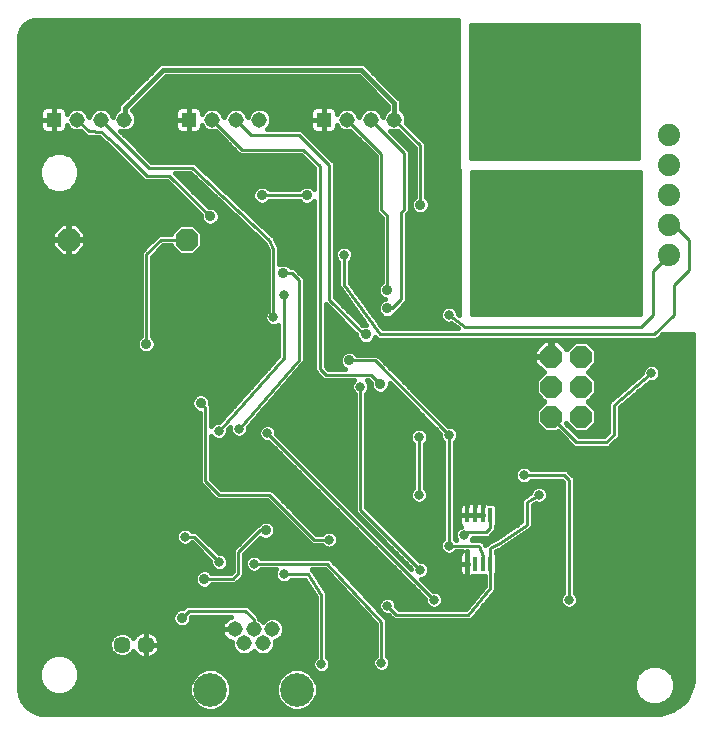
<source format=gbl>
G75*
%MOIN*%
%OFA0B0*%
%FSLAX24Y24*%
%IPPOS*%
%LPD*%
%AMOC8*
5,1,8,0,0,1.08239X$1,22.5*
%
%ADD10C,0.0100*%
%ADD11OC8,0.0760*%
%ADD12OC8,0.0740*%
%ADD13C,0.0515*%
%ADD14C,0.1122*%
%ADD15R,0.0177X0.0512*%
%ADD16R,0.0515X0.0515*%
%ADD17C,0.0570*%
%ADD18C,0.2300*%
%ADD19C,0.0740*%
%ADD20C,0.0160*%
%ADD21C,0.0317*%
%ADD22C,0.0320*%
%ADD23C,0.0356*%
%ADD24C,0.0157*%
%ADD25C,0.0277*%
D10*
X010924Y008886D02*
X011160Y009122D01*
X013050Y009122D01*
X013318Y008854D01*
X013318Y008508D01*
X012633Y010200D02*
X011687Y010200D01*
X011672Y010185D01*
X012183Y010750D02*
X011333Y011600D01*
X011033Y011600D01*
X012164Y013000D02*
X013833Y013000D01*
X015333Y011500D01*
X015833Y011500D01*
X015783Y010700D02*
X017583Y008750D01*
X017583Y007400D01*
X018083Y009000D02*
X017783Y009300D01*
X018083Y009000D02*
X020483Y009000D01*
X021217Y009884D01*
X021217Y010693D01*
X021217Y011216D01*
X021533Y011400D01*
X022433Y012000D01*
X022433Y012750D01*
X022833Y013000D01*
X022333Y013650D02*
X023683Y013650D01*
X023833Y013500D01*
X023833Y009500D01*
X021217Y011884D02*
X021083Y011750D01*
X020433Y011750D01*
X020333Y011650D01*
X019833Y011300D02*
X020833Y011300D01*
X020983Y010950D01*
X020983Y010671D01*
X020961Y010693D01*
X021217Y011884D02*
X021217Y012307D01*
X019833Y011300D02*
X019833Y015000D01*
X017365Y017469D01*
X016514Y017469D01*
X017223Y016996D02*
X015727Y016996D01*
X015533Y017190D01*
X015533Y023950D01*
X014983Y024500D01*
X012940Y024500D01*
X011940Y025500D01*
X012727Y025500D02*
X013227Y025000D01*
X014833Y025000D01*
X015833Y024000D01*
X015833Y019500D01*
X016999Y018335D01*
X017066Y018335D01*
X017533Y018350D02*
X026683Y018350D01*
X027333Y019000D01*
X027333Y020000D01*
X027833Y020500D01*
X027833Y021500D01*
X027333Y022000D01*
X027183Y022000D01*
X026233Y022048D02*
X020583Y022048D01*
X020583Y021950D02*
X026233Y021950D01*
X026233Y021851D02*
X020583Y021851D01*
X020583Y021753D02*
X026233Y021753D01*
X026233Y021654D02*
X020583Y021654D01*
X020583Y021556D02*
X026233Y021556D01*
X026233Y021457D02*
X020583Y021457D01*
X020583Y021359D02*
X026233Y021359D01*
X026233Y021260D02*
X020583Y021260D01*
X020583Y021162D02*
X026233Y021162D01*
X026233Y021063D02*
X020583Y021063D01*
X020583Y020965D02*
X026233Y020965D01*
X026233Y020866D02*
X020583Y020866D01*
X020583Y020768D02*
X026233Y020768D01*
X026233Y020669D02*
X020583Y020669D01*
X020583Y020571D02*
X026233Y020571D01*
X026233Y020472D02*
X020583Y020472D01*
X020583Y020374D02*
X026233Y020374D01*
X026233Y020275D02*
X020583Y020275D01*
X020583Y020177D02*
X026233Y020177D01*
X026233Y020078D02*
X020583Y020078D01*
X020583Y019980D02*
X026233Y019980D01*
X026233Y019881D02*
X020583Y019881D01*
X020583Y019783D02*
X026233Y019783D01*
X026233Y019684D02*
X020583Y019684D01*
X020583Y019586D02*
X026233Y019586D01*
X026233Y019487D02*
X020583Y019487D01*
X020583Y019389D02*
X026233Y019389D01*
X026233Y019290D02*
X020583Y019290D01*
X020583Y019192D02*
X026233Y019192D01*
X026233Y019093D02*
X020583Y019093D01*
X020583Y019000D02*
X020583Y023800D01*
X026233Y023800D01*
X026233Y019000D01*
X020583Y019000D01*
X020383Y018600D02*
X026233Y018600D01*
X026633Y019000D01*
X026633Y020450D01*
X027183Y021000D01*
X026233Y022147D02*
X020583Y022147D01*
X020583Y022245D02*
X026233Y022245D01*
X026233Y022344D02*
X020583Y022344D01*
X020583Y022442D02*
X026233Y022442D01*
X026233Y022541D02*
X020583Y022541D01*
X020583Y022639D02*
X026233Y022639D01*
X026233Y022738D02*
X020583Y022738D01*
X020583Y022836D02*
X026233Y022836D01*
X026233Y022935D02*
X020583Y022935D01*
X020583Y023033D02*
X026233Y023033D01*
X026233Y023132D02*
X020583Y023132D01*
X020583Y023230D02*
X026233Y023230D01*
X026233Y023329D02*
X020583Y023329D01*
X020583Y023427D02*
X026233Y023427D01*
X026233Y023526D02*
X020583Y023526D01*
X020583Y023624D02*
X026233Y023624D01*
X026233Y023723D02*
X020583Y023723D01*
X020533Y024200D02*
X026183Y024200D01*
X026183Y028700D01*
X020533Y028700D01*
X020533Y024200D01*
X020533Y024215D02*
X026183Y024215D01*
X026183Y024314D02*
X020533Y024314D01*
X020533Y024412D02*
X026183Y024412D01*
X026183Y024511D02*
X020533Y024511D01*
X020533Y024609D02*
X026183Y024609D01*
X026183Y024708D02*
X020533Y024708D01*
X020533Y024806D02*
X026183Y024806D01*
X026183Y024905D02*
X020533Y024905D01*
X020533Y025003D02*
X026183Y025003D01*
X026183Y025102D02*
X020533Y025102D01*
X020533Y025200D02*
X026183Y025200D01*
X026183Y025299D02*
X020533Y025299D01*
X020533Y025397D02*
X026183Y025397D01*
X026183Y025496D02*
X020533Y025496D01*
X020533Y025594D02*
X026183Y025594D01*
X026183Y025693D02*
X020533Y025693D01*
X020533Y025791D02*
X026183Y025791D01*
X026183Y025890D02*
X020533Y025890D01*
X020533Y025988D02*
X026183Y025988D01*
X026183Y026087D02*
X020533Y026087D01*
X020533Y026185D02*
X026183Y026185D01*
X026183Y026284D02*
X020533Y026284D01*
X020533Y026382D02*
X026183Y026382D01*
X026183Y026481D02*
X020533Y026481D01*
X020533Y026579D02*
X026183Y026579D01*
X026183Y026678D02*
X020533Y026678D01*
X020533Y026776D02*
X026183Y026776D01*
X026183Y026875D02*
X020533Y026875D01*
X020533Y026973D02*
X026183Y026973D01*
X026183Y027072D02*
X020533Y027072D01*
X020533Y027170D02*
X026183Y027170D01*
X026183Y027269D02*
X020533Y027269D01*
X020533Y027367D02*
X026183Y027367D01*
X026183Y027466D02*
X020533Y027466D01*
X020533Y027564D02*
X026183Y027564D01*
X026183Y027663D02*
X020533Y027663D01*
X020533Y027761D02*
X026183Y027761D01*
X026183Y027860D02*
X020533Y027860D01*
X020533Y027958D02*
X026183Y027958D01*
X026183Y028057D02*
X020533Y028057D01*
X020533Y028155D02*
X026183Y028155D01*
X026183Y028254D02*
X020533Y028254D01*
X020533Y028352D02*
X026183Y028352D01*
X026183Y028451D02*
X020533Y028451D01*
X020533Y028549D02*
X026183Y028549D01*
X026183Y028648D02*
X020533Y028648D01*
X018014Y025500D02*
X018877Y024638D01*
X018877Y022665D01*
X018333Y022500D02*
X018247Y022413D01*
X018247Y019516D01*
X017932Y019201D01*
X017774Y019201D01*
X017774Y019831D02*
X017774Y022309D01*
X017583Y022500D01*
X017583Y024350D01*
X016440Y025494D01*
X016440Y025500D01*
X017227Y025500D02*
X018333Y024394D01*
X018333Y022500D01*
X016333Y021000D02*
X016333Y020000D01*
X017533Y018350D01*
X017223Y016996D02*
X017538Y016681D01*
X016883Y016600D02*
X016883Y012500D01*
X018883Y010500D01*
X019333Y009500D02*
X013782Y015051D01*
X012833Y015200D02*
X014833Y017500D01*
X014833Y020146D01*
X014597Y020382D01*
X014310Y020382D01*
X013983Y021200D02*
X013983Y018906D01*
X014333Y019663D02*
X014333Y017550D01*
X012155Y015121D01*
X011711Y015894D02*
X011711Y013453D01*
X012164Y013000D01*
X013527Y011804D02*
X013729Y011804D01*
X013527Y011804D02*
X012814Y011091D01*
X012814Y010380D01*
X012633Y010200D01*
X013333Y010700D02*
X015783Y010700D01*
X015133Y010350D02*
X015583Y009650D01*
X015583Y007350D01*
X015133Y010350D02*
X014333Y010350D01*
X018833Y013000D02*
X018833Y014921D01*
X020383Y018600D02*
X019833Y019000D01*
X023233Y015600D02*
X024083Y014750D01*
X025083Y014750D01*
X025333Y015000D01*
X025333Y016000D01*
X026583Y017050D01*
X015097Y022980D02*
X013601Y022980D01*
X013833Y021500D02*
X013983Y021200D01*
X013833Y021500D02*
X011283Y023900D01*
X009833Y023900D01*
X008833Y024900D01*
X008727Y025000D01*
X008227Y025500D01*
X008233Y025100D02*
X007833Y025106D01*
X007440Y025500D01*
X008233Y025100D02*
X008740Y024644D01*
X009758Y023625D01*
X010515Y023625D01*
X011869Y022272D01*
X011093Y021500D02*
X010231Y021500D01*
X009743Y021012D01*
X009743Y018020D01*
X011554Y016051D02*
X011711Y015894D01*
D11*
X011093Y021500D03*
X007156Y021500D03*
D12*
X023233Y017600D03*
X023233Y016600D03*
X023233Y015600D03*
X024233Y015600D03*
X024233Y016600D03*
X024233Y017600D03*
D13*
X018014Y025500D03*
X017227Y025500D03*
X016440Y025500D03*
X013514Y025500D03*
X012727Y025500D03*
X011940Y025500D03*
X009014Y025500D03*
X008227Y025500D03*
X007440Y025500D03*
X012688Y008508D03*
X013003Y008035D03*
X013318Y008508D03*
X013633Y008035D03*
X013948Y008508D03*
D14*
X014755Y006500D03*
X011881Y006500D03*
D15*
X020449Y010693D03*
X020705Y010693D03*
X020961Y010693D03*
X021217Y010693D03*
X021217Y012307D03*
X020961Y012307D03*
X020705Y012307D03*
X020449Y012307D03*
D16*
X015652Y025500D03*
X011152Y025500D03*
X006652Y025500D03*
D17*
X008940Y008000D03*
X009727Y008000D03*
D18*
X023333Y021000D03*
X023333Y027000D03*
D19*
X027183Y025000D03*
X027183Y024000D03*
X027183Y023000D03*
X027183Y022000D03*
X027183Y021000D03*
D20*
X005961Y005769D02*
X005754Y005920D01*
X005603Y006128D01*
X005523Y006372D01*
X005513Y006500D01*
X005513Y028292D01*
X005520Y028374D01*
X005570Y028530D01*
X005667Y028662D01*
X005800Y028759D01*
X005956Y028810D01*
X006038Y028816D01*
X020124Y028816D01*
X020171Y018990D01*
X020133Y019017D01*
X020133Y019060D01*
X020088Y019170D01*
X020003Y019254D01*
X019893Y019300D01*
X019774Y019300D01*
X019663Y019254D01*
X019579Y019170D01*
X019533Y019060D01*
X019533Y018940D01*
X019579Y018830D01*
X019663Y018746D01*
X019774Y018700D01*
X019893Y018700D01*
X019912Y018708D01*
X020143Y018540D01*
X017630Y018540D01*
X016523Y020062D01*
X016523Y020766D01*
X016588Y020830D01*
X016633Y020940D01*
X016633Y021060D01*
X016588Y021170D01*
X016503Y021254D01*
X016393Y021300D01*
X016274Y021300D01*
X016163Y021254D01*
X016079Y021170D01*
X016033Y021060D01*
X016033Y020940D01*
X016079Y020830D01*
X016143Y020766D01*
X016143Y020015D01*
X016133Y019952D01*
X016143Y019938D01*
X016143Y019921D01*
X016188Y019876D01*
X017078Y018653D01*
X017002Y018653D01*
X016965Y018637D01*
X016023Y019579D01*
X016023Y024079D01*
X015912Y024190D01*
X014912Y025190D01*
X013767Y025190D01*
X013851Y025275D01*
X013912Y025421D01*
X013912Y025579D01*
X013851Y025725D01*
X013740Y025837D01*
X013593Y025897D01*
X013435Y025897D01*
X013289Y025837D01*
X013177Y025725D01*
X013121Y025588D01*
X013064Y025725D01*
X012952Y025837D01*
X012806Y025897D01*
X012648Y025897D01*
X012502Y025837D01*
X012390Y025725D01*
X012333Y025588D01*
X012277Y025725D01*
X012165Y025837D01*
X012019Y025897D01*
X011861Y025897D01*
X011714Y025837D01*
X011603Y025725D01*
X011590Y025694D01*
X011590Y025781D01*
X011577Y025827D01*
X011554Y025868D01*
X011520Y025902D01*
X011479Y025925D01*
X011433Y025937D01*
X011152Y025937D01*
X010871Y025937D01*
X010825Y025925D01*
X010784Y025902D01*
X010751Y025868D01*
X010727Y025827D01*
X010715Y025781D01*
X010715Y025500D01*
X010715Y025219D01*
X010727Y025173D01*
X010751Y025132D01*
X010784Y025098D01*
X010825Y025075D01*
X010871Y025063D01*
X011152Y025063D01*
X011152Y025500D01*
X010715Y025500D01*
X011152Y025500D01*
X011152Y025500D01*
X011152Y025500D01*
X011152Y025937D01*
X011152Y025500D01*
X011152Y025500D01*
X011152Y025063D01*
X011433Y025063D01*
X011479Y025075D01*
X011520Y025098D01*
X011554Y025132D01*
X011577Y025173D01*
X011590Y025219D01*
X011590Y025306D01*
X011603Y025275D01*
X011714Y025163D01*
X011861Y025103D01*
X012019Y025103D01*
X012054Y025117D01*
X012750Y024421D01*
X012861Y024310D01*
X014905Y024310D01*
X015343Y023871D01*
X015343Y023184D01*
X015277Y023250D01*
X015160Y023298D01*
X015034Y023298D01*
X014917Y023250D01*
X014837Y023170D01*
X013861Y023170D01*
X013781Y023250D01*
X013664Y023298D01*
X013538Y023298D01*
X013421Y023250D01*
X013331Y023161D01*
X013283Y023044D01*
X013283Y022917D01*
X013331Y022800D01*
X013421Y022711D01*
X013538Y022662D01*
X013664Y022662D01*
X013781Y022711D01*
X013861Y022790D01*
X014837Y022790D01*
X014917Y022711D01*
X015034Y022662D01*
X015160Y022662D01*
X015277Y022711D01*
X015343Y022777D01*
X015343Y017111D01*
X015537Y016917D01*
X015648Y016806D01*
X016665Y016806D01*
X016629Y016770D01*
X016583Y016660D01*
X016583Y016540D01*
X016629Y016430D01*
X016693Y016366D01*
X016693Y012421D01*
X018583Y010531D01*
X018583Y010519D01*
X014082Y015020D01*
X014082Y015111D01*
X014036Y015221D01*
X013952Y015306D01*
X013842Y015351D01*
X013722Y015351D01*
X013612Y015306D01*
X013528Y015221D01*
X013482Y015111D01*
X013482Y014992D01*
X013528Y014881D01*
X013612Y014797D01*
X013722Y014751D01*
X013813Y014751D01*
X019033Y009531D01*
X019033Y009440D01*
X019079Y009330D01*
X019163Y009246D01*
X019274Y009200D01*
X019393Y009200D01*
X019503Y009246D01*
X019588Y009330D01*
X019633Y009440D01*
X019633Y009560D01*
X019588Y009670D01*
X019503Y009754D01*
X019393Y009800D01*
X019302Y009800D01*
X018902Y010200D01*
X018943Y010200D01*
X019053Y010246D01*
X019138Y010330D01*
X019183Y010440D01*
X019183Y010560D01*
X019138Y010670D01*
X019053Y010754D01*
X018943Y010800D01*
X018852Y010800D01*
X017073Y012579D01*
X017073Y016366D01*
X017138Y016430D01*
X017183Y016540D01*
X017183Y016660D01*
X017138Y016770D01*
X017102Y016806D01*
X017144Y016806D01*
X017220Y016731D01*
X017220Y016618D01*
X017268Y016501D01*
X017358Y016411D01*
X017475Y016363D01*
X017601Y016363D01*
X017718Y016411D01*
X017808Y016501D01*
X017856Y016618D01*
X017856Y016708D01*
X019533Y015031D01*
X019533Y014940D01*
X019579Y014830D01*
X019643Y014766D01*
X019643Y011534D01*
X019579Y011470D01*
X019533Y011360D01*
X019533Y011240D01*
X019579Y011130D01*
X019663Y011046D01*
X019774Y011000D01*
X019893Y011000D01*
X020003Y011046D01*
X020068Y011110D01*
X020280Y011110D01*
X020250Y011093D01*
X020217Y011059D01*
X020193Y011018D01*
X020181Y010973D01*
X020181Y010693D01*
X020449Y010693D01*
X020449Y010693D01*
X020181Y010693D01*
X020181Y010413D01*
X020193Y010368D01*
X020217Y010326D01*
X020250Y010293D01*
X020291Y010269D01*
X020337Y010257D01*
X020449Y010257D01*
X020449Y010693D01*
X020449Y011110D01*
X020449Y011110D01*
X020449Y010693D01*
X020449Y010693D01*
X020449Y010693D01*
X020449Y010257D01*
X020562Y010257D01*
X020608Y010269D01*
X020649Y010293D01*
X020653Y010297D01*
X021027Y010297D01*
X021027Y009952D01*
X020394Y009190D01*
X018162Y009190D01*
X018083Y009269D01*
X018083Y009360D01*
X018038Y009470D01*
X017953Y009554D01*
X017843Y009600D01*
X017724Y009600D01*
X017613Y009554D01*
X017529Y009470D01*
X017483Y009360D01*
X017483Y009240D01*
X017529Y009130D01*
X017613Y009046D01*
X017724Y009000D01*
X017815Y009000D01*
X018005Y008810D01*
X020415Y008810D01*
X020423Y008804D01*
X020492Y008810D01*
X020562Y008810D01*
X020569Y008817D01*
X020579Y008818D01*
X020624Y008872D01*
X020673Y008921D01*
X020673Y008931D01*
X021358Y009756D01*
X021407Y009805D01*
X021407Y009815D01*
X021414Y009823D01*
X021407Y009893D01*
X021407Y010340D01*
X021446Y010379D01*
X021446Y011007D01*
X021407Y011045D01*
X021407Y011107D01*
X021567Y011200D01*
X021573Y011198D01*
X021634Y011239D01*
X021697Y011275D01*
X021699Y011282D01*
X022491Y011810D01*
X022512Y011810D01*
X022554Y011852D01*
X022604Y011886D01*
X022608Y011906D01*
X022623Y011921D01*
X022623Y011981D01*
X022635Y012040D01*
X022623Y012058D01*
X022623Y012645D01*
X022736Y012715D01*
X022774Y012700D01*
X022893Y012700D01*
X023003Y012746D01*
X023088Y012830D01*
X023133Y012940D01*
X023133Y013060D01*
X023088Y013170D01*
X023003Y013254D01*
X022893Y013300D01*
X022774Y013300D01*
X022663Y013254D01*
X022579Y013170D01*
X022533Y013060D01*
X022533Y013037D01*
X022379Y012940D01*
X022355Y012940D01*
X022314Y012900D01*
X022266Y012869D01*
X022260Y012846D01*
X022243Y012829D01*
X022243Y012772D01*
X022231Y012716D01*
X022243Y012696D01*
X022243Y012102D01*
X021433Y011561D01*
X021166Y011406D01*
X021138Y011406D01*
X021100Y011368D01*
X021054Y011341D01*
X021047Y011314D01*
X021038Y011305D01*
X021023Y011339D01*
X021023Y011379D01*
X020994Y011408D01*
X020977Y011447D01*
X020940Y011462D01*
X020912Y011490D01*
X020870Y011490D01*
X020831Y011506D01*
X020794Y011490D01*
X020592Y011490D01*
X020621Y011560D01*
X021162Y011560D01*
X021273Y011671D01*
X021407Y011805D01*
X021407Y011955D01*
X021446Y011993D01*
X021446Y012621D01*
X021364Y012703D01*
X021164Y012703D01*
X021160Y012707D01*
X021119Y012731D01*
X021074Y012743D01*
X020961Y012743D01*
X020849Y012743D01*
X020833Y012739D01*
X020818Y012743D01*
X020705Y012743D01*
X020593Y012743D01*
X020577Y012739D01*
X020562Y012743D01*
X020449Y012743D01*
X020337Y012743D01*
X020291Y012731D01*
X020250Y012707D01*
X020217Y012674D01*
X020193Y012632D01*
X020181Y012587D01*
X020181Y012307D01*
X020181Y012027D01*
X020193Y011982D01*
X020217Y011941D01*
X020227Y011931D01*
X020163Y011904D01*
X020079Y011820D01*
X020033Y011710D01*
X020033Y011590D01*
X020075Y011490D01*
X020068Y011490D01*
X020023Y011534D01*
X020023Y014766D01*
X020088Y014830D01*
X020133Y014940D01*
X020133Y015060D01*
X020088Y015170D01*
X020003Y015254D01*
X019893Y015300D01*
X019802Y015300D01*
X017555Y017547D01*
X017555Y017547D01*
X017444Y017659D01*
X016774Y017659D01*
X016695Y017738D01*
X016578Y017787D01*
X016451Y017787D01*
X016334Y017738D01*
X016245Y017649D01*
X016196Y017532D01*
X016196Y017405D01*
X016245Y017288D01*
X016334Y017199D01*
X016365Y017186D01*
X015806Y017186D01*
X015723Y017268D01*
X015723Y019341D01*
X016748Y018317D01*
X016748Y018271D01*
X016796Y018154D01*
X016885Y018065D01*
X017002Y018017D01*
X017129Y018017D01*
X017246Y018065D01*
X017335Y018154D01*
X017372Y018243D01*
X017388Y018226D01*
X017426Y018175D01*
X017443Y018172D01*
X017455Y018160D01*
X017518Y018160D01*
X017581Y018150D01*
X017595Y018160D01*
X026762Y018160D01*
X026957Y018355D01*
X027973Y018351D01*
X027973Y006912D01*
X027963Y006751D01*
X027880Y006440D01*
X027719Y006162D01*
X027492Y005935D01*
X027213Y005774D01*
X026903Y005691D01*
X026742Y005680D01*
X006333Y005680D01*
X006205Y005690D01*
X005961Y005769D01*
X005896Y005817D02*
X011698Y005817D01*
X011741Y005799D02*
X011483Y005906D01*
X011286Y006103D01*
X011180Y006361D01*
X011180Y006639D01*
X011286Y006897D01*
X011483Y007094D01*
X011741Y007201D01*
X012020Y007201D01*
X012278Y007094D01*
X012475Y006897D01*
X012582Y006639D01*
X012582Y006361D01*
X012475Y006103D01*
X012278Y005906D01*
X012020Y005799D01*
X011741Y005799D01*
X012064Y005817D02*
X014572Y005817D01*
X014615Y005799D02*
X014357Y005906D01*
X014160Y006103D01*
X014054Y006361D01*
X014054Y006639D01*
X014160Y006897D01*
X014357Y007094D01*
X014615Y007201D01*
X014894Y007201D01*
X015152Y007094D01*
X015349Y006897D01*
X015456Y006639D01*
X015456Y006361D01*
X015349Y006103D01*
X015152Y005906D01*
X014894Y005799D01*
X014615Y005799D01*
X014938Y005817D02*
X027288Y005817D01*
X027533Y005976D02*
X026832Y005976D01*
X026819Y005970D02*
X027069Y006074D01*
X027260Y006265D01*
X027363Y006515D01*
X027363Y006785D01*
X027260Y007035D01*
X027069Y007226D01*
X026819Y007330D01*
X026548Y007330D01*
X026298Y007226D01*
X026107Y007035D01*
X026003Y006785D01*
X026003Y006515D01*
X026107Y006265D01*
X026298Y006074D01*
X026548Y005970D01*
X026819Y005970D01*
X026535Y005976D02*
X015221Y005976D01*
X015362Y006134D02*
X026238Y006134D01*
X026095Y006293D02*
X015427Y006293D01*
X015456Y006451D02*
X026030Y006451D01*
X026003Y006610D02*
X015456Y006610D01*
X015402Y006768D02*
X026003Y006768D01*
X026062Y006927D02*
X015319Y006927D01*
X015413Y007096D02*
X015524Y007050D01*
X015643Y007050D01*
X015753Y007096D01*
X015838Y007180D01*
X015883Y007290D01*
X015883Y007410D01*
X015838Y007520D01*
X015773Y007584D01*
X015773Y009630D01*
X015786Y009687D01*
X015773Y009706D01*
X015773Y009729D01*
X015732Y009770D01*
X015323Y010406D01*
X015323Y010429D01*
X015282Y010470D01*
X015256Y010510D01*
X015700Y010510D01*
X017393Y008676D01*
X017393Y007634D01*
X017329Y007570D01*
X017283Y007460D01*
X017283Y007340D01*
X017329Y007230D01*
X017413Y007146D01*
X017524Y007100D01*
X017643Y007100D01*
X017753Y007146D01*
X017838Y007230D01*
X017883Y007340D01*
X017883Y007460D01*
X017838Y007570D01*
X017773Y007634D01*
X017773Y008746D01*
X017776Y008821D01*
X017773Y008824D01*
X017773Y008829D01*
X017720Y008882D01*
X015973Y010774D01*
X015973Y010779D01*
X015920Y010832D01*
X015870Y010887D01*
X015865Y010887D01*
X015862Y010890D01*
X015787Y010890D01*
X015712Y010893D01*
X015709Y010890D01*
X013568Y010890D01*
X013503Y010954D01*
X013393Y011000D01*
X013274Y011000D01*
X013163Y010954D01*
X013079Y010870D01*
X013033Y010760D01*
X013033Y010640D01*
X013079Y010530D01*
X013163Y010446D01*
X013274Y010400D01*
X013393Y010400D01*
X013503Y010446D01*
X013568Y010510D01*
X014075Y010510D01*
X014033Y010410D01*
X014033Y010290D01*
X014079Y010180D01*
X014163Y010096D01*
X014274Y010050D01*
X014393Y010050D01*
X014503Y010096D01*
X014568Y010160D01*
X015030Y010160D01*
X015393Y009594D01*
X015393Y007584D01*
X015329Y007520D01*
X015283Y007410D01*
X015283Y007290D01*
X015329Y007180D01*
X015413Y007096D01*
X015439Y007085D02*
X015161Y007085D01*
X015303Y007244D02*
X007468Y007244D01*
X007513Y007135D02*
X007410Y007385D01*
X007219Y007576D01*
X006969Y007680D01*
X006698Y007680D01*
X006448Y007576D01*
X006257Y007385D01*
X006153Y007135D01*
X006153Y006865D01*
X006257Y006615D01*
X006448Y006424D01*
X006698Y006320D01*
X006969Y006320D01*
X007219Y006424D01*
X007410Y006615D01*
X007513Y006865D01*
X007513Y007135D01*
X007513Y007085D02*
X011474Y007085D01*
X011316Y006927D02*
X007513Y006927D01*
X007473Y006768D02*
X011233Y006768D01*
X011180Y006610D02*
X007404Y006610D01*
X007246Y006451D02*
X011180Y006451D01*
X011208Y006293D02*
X005549Y006293D01*
X005517Y006451D02*
X006421Y006451D01*
X006262Y006610D02*
X005513Y006610D01*
X005513Y006768D02*
X006193Y006768D01*
X006153Y006927D02*
X005513Y006927D01*
X005513Y007085D02*
X006153Y007085D01*
X006198Y007244D02*
X005513Y007244D01*
X005513Y007402D02*
X006274Y007402D01*
X006432Y007561D02*
X005513Y007561D01*
X005513Y007719D02*
X008620Y007719D01*
X008579Y007759D02*
X008699Y007640D01*
X008855Y007575D01*
X009024Y007575D01*
X009180Y007640D01*
X009300Y007759D01*
X009312Y007789D01*
X009329Y007756D01*
X009372Y007697D01*
X009424Y007645D01*
X009483Y007602D01*
X009549Y007569D01*
X009618Y007546D01*
X009690Y007535D01*
X009727Y007535D01*
X009727Y008000D01*
X009727Y008000D01*
X009727Y008465D01*
X009690Y008465D01*
X009618Y008454D01*
X009549Y008431D01*
X009483Y008398D01*
X009424Y008355D01*
X009372Y008303D01*
X009329Y008244D01*
X009312Y008211D01*
X009300Y008241D01*
X009180Y008360D01*
X009024Y008425D01*
X008855Y008425D01*
X008699Y008360D01*
X008579Y008241D01*
X008515Y008085D01*
X008515Y007915D01*
X008579Y007759D01*
X008530Y007878D02*
X005513Y007878D01*
X005513Y008036D02*
X008515Y008036D01*
X008560Y008195D02*
X005513Y008195D01*
X005513Y008353D02*
X008692Y008353D01*
X009188Y008353D02*
X009422Y008353D01*
X009727Y008353D02*
X009727Y008353D01*
X009727Y008465D02*
X009727Y008000D01*
X009727Y008000D01*
X009727Y007535D01*
X009764Y007535D01*
X009836Y007546D01*
X009906Y007569D01*
X009971Y007602D01*
X010030Y007645D01*
X010082Y007697D01*
X010125Y007756D01*
X010158Y007822D01*
X010181Y007891D01*
X010192Y007963D01*
X010192Y008000D01*
X010192Y008037D01*
X010181Y008109D01*
X010158Y008178D01*
X010125Y008244D01*
X010082Y008303D01*
X010030Y008355D01*
X009971Y008398D01*
X009906Y008431D01*
X009836Y008454D01*
X009764Y008465D01*
X009727Y008465D01*
X009727Y008195D02*
X009727Y008195D01*
X009727Y008036D02*
X009727Y008036D01*
X009727Y008000D02*
X010192Y008000D01*
X009727Y008000D01*
X009727Y008000D01*
X009727Y007878D02*
X009727Y007878D01*
X009727Y007719D02*
X009727Y007719D01*
X009727Y007561D02*
X009727Y007561D01*
X009575Y007561D02*
X007234Y007561D01*
X007393Y007402D02*
X015283Y007402D01*
X015370Y007561D02*
X009879Y007561D01*
X010098Y007719D02*
X012757Y007719D01*
X012777Y007698D02*
X012924Y007638D01*
X013082Y007638D01*
X013228Y007698D01*
X013318Y007788D01*
X013407Y007698D01*
X013553Y007638D01*
X013712Y007638D01*
X013858Y007698D01*
X013970Y007810D01*
X014030Y007956D01*
X014030Y008112D01*
X014173Y008171D01*
X014284Y008283D01*
X014345Y008429D01*
X014345Y008587D01*
X014284Y008733D01*
X014173Y008845D01*
X014027Y008905D01*
X013868Y008905D01*
X013722Y008845D01*
X013633Y008755D01*
X013543Y008845D01*
X013508Y008859D01*
X013508Y008933D01*
X013396Y009044D01*
X013129Y009312D01*
X011081Y009312D01*
X010973Y009204D01*
X010861Y009204D01*
X010744Y009156D01*
X010654Y009066D01*
X010606Y008949D01*
X010606Y008823D01*
X010654Y008706D01*
X010744Y008616D01*
X010861Y008568D01*
X010987Y008568D01*
X011104Y008616D01*
X011194Y008706D01*
X011242Y008823D01*
X011242Y008932D01*
X012577Y008932D01*
X012520Y008913D01*
X012458Y008882D01*
X012403Y008842D01*
X012354Y008793D01*
X012313Y008737D01*
X012282Y008676D01*
X012261Y008610D01*
X012250Y008542D01*
X012250Y008508D01*
X012688Y008508D01*
X012688Y008508D01*
X012250Y008508D01*
X012250Y008473D01*
X012261Y008405D01*
X012282Y008340D01*
X012313Y008279D01*
X012354Y008223D01*
X012403Y008174D01*
X012458Y008134D01*
X012520Y008102D01*
X012585Y008081D01*
X012605Y008078D01*
X012605Y007956D01*
X012666Y007810D01*
X012777Y007698D01*
X012638Y007878D02*
X010176Y007878D01*
X010192Y008036D02*
X012605Y008036D01*
X012382Y008195D02*
X010150Y008195D01*
X010032Y008353D02*
X012278Y008353D01*
X012250Y008512D02*
X005513Y008512D01*
X005513Y008670D02*
X010690Y008670D01*
X010606Y008829D02*
X005513Y008829D01*
X005513Y008987D02*
X010621Y008987D01*
X010734Y009146D02*
X005513Y009146D01*
X005513Y009304D02*
X011073Y009304D01*
X011242Y008829D02*
X012390Y008829D01*
X012280Y008670D02*
X011158Y008670D01*
X011609Y009867D02*
X011735Y009867D01*
X011852Y009915D01*
X011942Y010005D01*
X011944Y010010D01*
X012712Y010010D01*
X012892Y010190D01*
X013004Y010302D01*
X013004Y011012D01*
X013538Y011546D01*
X013549Y011535D01*
X013666Y011486D01*
X013792Y011486D01*
X013909Y011535D01*
X013999Y011624D01*
X014047Y011741D01*
X014047Y011868D01*
X013999Y011985D01*
X013909Y012074D01*
X013792Y012122D01*
X013666Y012122D01*
X013549Y012074D01*
X013469Y011994D01*
X013449Y011994D01*
X013337Y011883D01*
X012624Y011169D01*
X012624Y010459D01*
X012555Y010390D01*
X011917Y010390D01*
X011852Y010455D01*
X011735Y010503D01*
X011609Y010503D01*
X011492Y010455D01*
X011402Y010365D01*
X011354Y010248D01*
X011354Y010122D01*
X011402Y010005D01*
X011492Y009915D01*
X011609Y009867D01*
X011469Y009938D02*
X005513Y009938D01*
X005513Y009780D02*
X015274Y009780D01*
X015172Y009938D02*
X011875Y009938D01*
X011893Y010414D02*
X012578Y010414D01*
X012624Y010572D02*
X012430Y010572D01*
X012438Y010580D02*
X012483Y010690D01*
X012483Y010810D01*
X012438Y010920D01*
X012353Y011004D01*
X012243Y011050D01*
X012152Y011050D01*
X011412Y011790D01*
X011268Y011790D01*
X011203Y011854D01*
X011093Y011900D01*
X010974Y011900D01*
X010863Y011854D01*
X010779Y011770D01*
X010733Y011660D01*
X010733Y011540D01*
X010779Y011430D01*
X010863Y011346D01*
X010974Y011300D01*
X011093Y011300D01*
X011203Y011346D01*
X011261Y011404D01*
X011883Y010781D01*
X011883Y010690D01*
X011929Y010580D01*
X012013Y010496D01*
X012124Y010450D01*
X012243Y010450D01*
X012353Y010496D01*
X012438Y010580D01*
X012483Y010731D02*
X012624Y010731D01*
X012624Y010889D02*
X012450Y010889D01*
X012624Y011048D02*
X012249Y011048D01*
X011996Y011206D02*
X012660Y011206D01*
X012819Y011365D02*
X011838Y011365D01*
X011679Y011523D02*
X012977Y011523D01*
X013136Y011682D02*
X011521Y011682D01*
X011218Y011840D02*
X013294Y011840D01*
X013473Y011999D02*
X005513Y011999D01*
X005513Y012157D02*
X014408Y012157D01*
X014566Y011999D02*
X013985Y011999D01*
X014047Y011840D02*
X014725Y011840D01*
X014883Y011682D02*
X014022Y011682D01*
X013881Y011523D02*
X015042Y011523D01*
X015200Y011365D02*
X013356Y011365D01*
X013515Y011523D02*
X013577Y011523D01*
X013198Y011206D02*
X015759Y011206D01*
X015774Y011200D02*
X015893Y011200D01*
X016003Y011246D01*
X016088Y011330D01*
X016133Y011440D01*
X016133Y011560D01*
X016088Y011670D01*
X016003Y011754D01*
X015893Y011800D01*
X015774Y011800D01*
X015663Y011754D01*
X015599Y011690D01*
X015412Y011690D01*
X014023Y013079D01*
X013912Y013190D01*
X012243Y013190D01*
X011901Y013531D01*
X011901Y014950D01*
X011985Y014867D01*
X012095Y014821D01*
X012214Y014821D01*
X012325Y014867D01*
X012409Y014951D01*
X012455Y015062D01*
X012455Y015171D01*
X012533Y015259D01*
X012533Y015140D01*
X012579Y015030D01*
X012663Y014946D01*
X012774Y014900D01*
X012893Y014900D01*
X013003Y014946D01*
X013088Y015030D01*
X013133Y015140D01*
X013133Y015255D01*
X014972Y017370D01*
X015023Y017421D01*
X015023Y017429D01*
X015028Y017435D01*
X015023Y017507D01*
X015023Y020224D01*
X014676Y020572D01*
X014570Y020572D01*
X014490Y020652D01*
X014373Y020700D01*
X014246Y020700D01*
X014173Y020670D01*
X014173Y021169D01*
X014188Y021215D01*
X014173Y021245D01*
X014173Y021279D01*
X014139Y021313D01*
X014022Y021548D01*
X014021Y021584D01*
X013988Y021615D01*
X013968Y021655D01*
X013933Y021667D01*
X015343Y021667D01*
X015343Y021509D02*
X014041Y021509D01*
X014121Y021350D02*
X015343Y021350D01*
X015343Y021192D02*
X014181Y021192D01*
X014173Y021033D02*
X015343Y021033D01*
X015343Y020875D02*
X014173Y020875D01*
X014173Y020716D02*
X015343Y020716D01*
X015343Y020558D02*
X014690Y020558D01*
X014849Y020399D02*
X015343Y020399D01*
X015343Y020241D02*
X015007Y020241D01*
X015023Y020082D02*
X015343Y020082D01*
X015343Y019924D02*
X015023Y019924D01*
X015023Y019765D02*
X015343Y019765D01*
X015343Y019607D02*
X015023Y019607D01*
X015023Y019448D02*
X015343Y019448D01*
X015343Y019290D02*
X015023Y019290D01*
X015023Y019131D02*
X015343Y019131D01*
X015343Y018973D02*
X015023Y018973D01*
X015023Y018814D02*
X015343Y018814D01*
X015343Y018656D02*
X015023Y018656D01*
X015023Y018497D02*
X015343Y018497D01*
X015343Y018339D02*
X015023Y018339D01*
X015023Y018180D02*
X015343Y018180D01*
X015343Y018022D02*
X015023Y018022D01*
X015023Y017863D02*
X015343Y017863D01*
X015343Y017705D02*
X015023Y017705D01*
X015023Y017546D02*
X015343Y017546D01*
X015343Y017388D02*
X014990Y017388D01*
X014849Y017229D02*
X015343Y017229D01*
X015384Y017071D02*
X014712Y017071D01*
X014574Y016912D02*
X015542Y016912D01*
X015763Y017229D02*
X016304Y017229D01*
X016204Y017388D02*
X015723Y017388D01*
X015723Y017546D02*
X016202Y017546D01*
X016301Y017705D02*
X015723Y017705D01*
X015723Y017863D02*
X022719Y017863D01*
X022683Y017828D02*
X022683Y017620D01*
X023213Y017620D01*
X023213Y017580D01*
X022683Y017580D01*
X022683Y017372D01*
X022984Y017072D01*
X022723Y016811D01*
X022723Y016389D01*
X023012Y016100D01*
X022723Y015811D01*
X022723Y015389D01*
X023022Y015090D01*
X023445Y015090D01*
X023460Y015105D01*
X024005Y014560D01*
X025162Y014560D01*
X025273Y014671D01*
X025523Y014921D01*
X025523Y015911D01*
X026522Y016751D01*
X026524Y016750D01*
X026643Y016750D01*
X026753Y016796D01*
X026838Y016880D01*
X026883Y016990D01*
X026883Y017110D01*
X026838Y017220D01*
X026753Y017304D01*
X026643Y017350D01*
X026524Y017350D01*
X026413Y017304D01*
X026329Y017220D01*
X026283Y017110D01*
X026283Y017046D01*
X025264Y016190D01*
X025255Y016190D01*
X025205Y016140D01*
X025151Y016095D01*
X025150Y016085D01*
X025143Y016079D01*
X025143Y016008D01*
X025137Y015938D01*
X025143Y015931D01*
X025143Y015079D01*
X025005Y014940D01*
X024162Y014940D01*
X023728Y015374D01*
X023733Y015379D01*
X024022Y015090D01*
X024445Y015090D01*
X024743Y015389D01*
X024743Y015811D01*
X024455Y016100D01*
X024743Y016389D01*
X024743Y016811D01*
X024455Y017100D01*
X024743Y017389D01*
X024743Y017811D01*
X024445Y018110D01*
X024022Y018110D01*
X023762Y017850D01*
X023461Y018150D01*
X023253Y018150D01*
X023253Y017620D01*
X023213Y017620D01*
X023213Y018150D01*
X023006Y018150D01*
X022683Y017828D01*
X022683Y017705D02*
X016728Y017705D01*
X016990Y018022D02*
X015723Y018022D01*
X015723Y018180D02*
X016785Y018180D01*
X016726Y018339D02*
X015723Y018339D01*
X015723Y018497D02*
X016568Y018497D01*
X016409Y018656D02*
X015723Y018656D01*
X015723Y018814D02*
X016251Y018814D01*
X016092Y018973D02*
X015723Y018973D01*
X015723Y019131D02*
X015934Y019131D01*
X015775Y019290D02*
X015723Y019290D01*
X016023Y019607D02*
X016385Y019607D01*
X016269Y019765D02*
X016023Y019765D01*
X016023Y019924D02*
X016143Y019924D01*
X016143Y020082D02*
X016023Y020082D01*
X016023Y020241D02*
X016143Y020241D01*
X016143Y020399D02*
X016023Y020399D01*
X016023Y020558D02*
X016143Y020558D01*
X016143Y020716D02*
X016023Y020716D01*
X016023Y020875D02*
X016061Y020875D01*
X016033Y021033D02*
X016023Y021033D01*
X016023Y021192D02*
X016101Y021192D01*
X016023Y021350D02*
X017584Y021350D01*
X017584Y021192D02*
X016566Y021192D01*
X016633Y021033D02*
X017584Y021033D01*
X017584Y020875D02*
X016606Y020875D01*
X016523Y020716D02*
X017584Y020716D01*
X017584Y020558D02*
X016523Y020558D01*
X016523Y020399D02*
X017584Y020399D01*
X017584Y020241D02*
X016523Y020241D01*
X016523Y020082D02*
X017576Y020082D01*
X017584Y020091D02*
X017505Y020011D01*
X017456Y019894D01*
X017456Y019767D01*
X017505Y019651D01*
X017594Y019561D01*
X017703Y019516D01*
X017594Y019470D01*
X017505Y019381D01*
X017456Y019264D01*
X017456Y019138D01*
X017505Y019021D01*
X017594Y018931D01*
X017711Y018883D01*
X017838Y018883D01*
X017954Y018931D01*
X018044Y019021D01*
X018061Y019061D01*
X018122Y019122D01*
X018437Y019437D01*
X018437Y022335D01*
X018523Y022421D01*
X018523Y024472D01*
X018412Y024584D01*
X017863Y025132D01*
X017935Y025103D01*
X018093Y025103D01*
X018129Y025117D01*
X018687Y024559D01*
X018687Y022925D01*
X018607Y022846D01*
X018559Y022729D01*
X018559Y022602D01*
X018607Y022485D01*
X018696Y022396D01*
X018813Y022347D01*
X018940Y022347D01*
X019057Y022396D01*
X019146Y022485D01*
X019195Y022602D01*
X019195Y022729D01*
X019146Y022846D01*
X019067Y022925D01*
X019067Y024716D01*
X018397Y025386D01*
X018412Y025421D01*
X018412Y025579D01*
X018351Y025725D01*
X018240Y025837D01*
X018233Y025840D01*
X018233Y026138D01*
X018105Y026266D01*
X016999Y027372D01*
X010203Y027372D01*
X010075Y027244D01*
X008815Y025984D01*
X008815Y025848D01*
X008789Y025837D01*
X008677Y025725D01*
X008621Y025588D01*
X008564Y025725D01*
X008452Y025837D01*
X008306Y025897D01*
X008148Y025897D01*
X008002Y025837D01*
X007890Y025725D01*
X007833Y025588D01*
X007777Y025725D01*
X007665Y025837D01*
X007519Y025897D01*
X007361Y025897D01*
X007214Y025837D01*
X007103Y025725D01*
X007090Y025694D01*
X007090Y025781D01*
X007077Y025827D01*
X007054Y025868D01*
X007020Y025902D01*
X006979Y025925D01*
X006933Y025937D01*
X006652Y025937D01*
X006371Y025937D01*
X006325Y025925D01*
X006284Y025902D01*
X006251Y025868D01*
X006227Y025827D01*
X006215Y025781D01*
X006215Y025500D01*
X006215Y025219D01*
X006227Y025173D01*
X006251Y025132D01*
X006284Y025098D01*
X006325Y025075D01*
X006371Y025063D01*
X006652Y025063D01*
X006652Y025500D01*
X006215Y025500D01*
X006652Y025500D01*
X006652Y025500D01*
X006652Y025500D01*
X006652Y025937D01*
X006652Y025500D01*
X006652Y025500D01*
X006652Y025063D01*
X006933Y025063D01*
X006979Y025075D01*
X007020Y025098D01*
X007054Y025132D01*
X007077Y025173D01*
X007090Y025219D01*
X007090Y025306D01*
X007103Y025275D01*
X007214Y025163D01*
X007361Y025103D01*
X007519Y025103D01*
X007554Y025117D01*
X007698Y024973D01*
X007752Y024918D01*
X007753Y024918D01*
X007755Y024916D01*
X007832Y024916D01*
X008159Y024911D01*
X008609Y024506D01*
X009568Y023547D01*
X009679Y023435D01*
X010436Y023435D01*
X011551Y022321D01*
X011551Y022208D01*
X011599Y022091D01*
X011689Y022002D01*
X011805Y021954D01*
X011932Y021954D01*
X012049Y022002D01*
X012138Y022091D01*
X012187Y022208D01*
X012187Y022335D01*
X012138Y022452D01*
X012049Y022541D01*
X011932Y022590D01*
X011819Y022590D01*
X010705Y023704D01*
X010699Y023710D01*
X011208Y023710D01*
X013679Y021385D01*
X013793Y021155D01*
X013793Y019141D01*
X013729Y019076D01*
X013683Y018966D01*
X013683Y018847D01*
X013729Y018736D01*
X013813Y018652D01*
X013924Y018606D01*
X014043Y018606D01*
X014143Y018648D01*
X014143Y017623D01*
X012168Y015421D01*
X012095Y015421D01*
X011985Y015376D01*
X011901Y015292D01*
X011901Y015972D01*
X011872Y016002D01*
X011872Y016114D01*
X011823Y016231D01*
X011734Y016321D01*
X011617Y016369D01*
X011491Y016369D01*
X011374Y016321D01*
X011284Y016231D01*
X011236Y016114D01*
X011236Y015988D01*
X011284Y015871D01*
X011374Y015781D01*
X011491Y015733D01*
X011521Y015733D01*
X011521Y013374D01*
X011974Y012921D01*
X012085Y012810D01*
X013755Y012810D01*
X015255Y011310D01*
X015599Y011310D01*
X015663Y011246D01*
X015774Y011200D01*
X015908Y011206D02*
X017359Y011206D01*
X017517Y011048D02*
X013039Y011048D01*
X013004Y010889D02*
X013098Y010889D01*
X013033Y010731D02*
X013004Y010731D01*
X013004Y010572D02*
X013062Y010572D01*
X013004Y010414D02*
X013241Y010414D01*
X013426Y010414D02*
X014035Y010414D01*
X014048Y010255D02*
X012957Y010255D01*
X012799Y010097D02*
X014163Y010097D01*
X014504Y010097D02*
X015070Y010097D01*
X015420Y010255D02*
X015936Y010255D01*
X016082Y010097D02*
X015522Y010097D01*
X015624Y009938D02*
X016228Y009938D01*
X016374Y009780D02*
X015726Y009780D01*
X015773Y009621D02*
X016521Y009621D01*
X016667Y009463D02*
X015773Y009463D01*
X015773Y009304D02*
X016813Y009304D01*
X016960Y009146D02*
X015773Y009146D01*
X015773Y008987D02*
X017106Y008987D01*
X017252Y008829D02*
X015773Y008829D01*
X015773Y008670D02*
X017393Y008670D01*
X017393Y008512D02*
X015773Y008512D01*
X015773Y008353D02*
X017393Y008353D01*
X017393Y008195D02*
X015773Y008195D01*
X015773Y008036D02*
X017393Y008036D01*
X017393Y007878D02*
X015773Y007878D01*
X015773Y007719D02*
X017393Y007719D01*
X017325Y007561D02*
X015797Y007561D01*
X015883Y007402D02*
X017283Y007402D01*
X017323Y007244D02*
X015864Y007244D01*
X015728Y007085D02*
X026157Y007085D01*
X026339Y007244D02*
X017843Y007244D01*
X017883Y007402D02*
X027973Y007402D01*
X027973Y007244D02*
X027027Y007244D01*
X027210Y007085D02*
X027973Y007085D01*
X027973Y006927D02*
X027305Y006927D01*
X027363Y006768D02*
X027964Y006768D01*
X027925Y006610D02*
X027363Y006610D01*
X027337Y006451D02*
X027883Y006451D01*
X027794Y006293D02*
X027271Y006293D01*
X027129Y006134D02*
X027691Y006134D01*
X027973Y007561D02*
X017842Y007561D01*
X017773Y007719D02*
X027973Y007719D01*
X027973Y007878D02*
X017773Y007878D01*
X017773Y008036D02*
X027973Y008036D01*
X027973Y008195D02*
X017773Y008195D01*
X017773Y008353D02*
X027973Y008353D01*
X027973Y008512D02*
X017773Y008512D01*
X017773Y008670D02*
X027973Y008670D01*
X027973Y008829D02*
X020588Y008829D01*
X020719Y008987D02*
X027973Y008987D01*
X027973Y009146D02*
X020851Y009146D01*
X020983Y009304D02*
X023605Y009304D01*
X023579Y009330D02*
X023663Y009246D01*
X023774Y009200D01*
X023893Y009200D01*
X024003Y009246D01*
X024088Y009330D01*
X024133Y009440D01*
X024133Y009560D01*
X024088Y009670D01*
X024023Y009734D01*
X024023Y013579D01*
X023912Y013690D01*
X023873Y013729D01*
X023762Y013840D01*
X022568Y013840D01*
X022503Y013904D01*
X022393Y013950D01*
X022274Y013950D01*
X022163Y013904D01*
X022079Y013820D01*
X022033Y013710D01*
X022033Y013590D01*
X022079Y013480D01*
X022163Y013396D01*
X022274Y013350D01*
X022393Y013350D01*
X022503Y013396D01*
X022568Y013460D01*
X023605Y013460D01*
X023643Y013421D01*
X023643Y009734D01*
X023579Y009670D01*
X023533Y009560D01*
X023533Y009440D01*
X023579Y009330D01*
X023533Y009463D02*
X021114Y009463D01*
X021246Y009621D02*
X023559Y009621D01*
X023643Y009780D02*
X021382Y009780D01*
X021407Y009938D02*
X023643Y009938D01*
X023643Y010097D02*
X021407Y010097D01*
X021407Y010255D02*
X023643Y010255D01*
X023643Y010414D02*
X021446Y010414D01*
X021446Y010572D02*
X023643Y010572D01*
X023643Y010731D02*
X021446Y010731D01*
X021446Y010889D02*
X023643Y010889D01*
X023643Y011048D02*
X021407Y011048D01*
X021585Y011206D02*
X023643Y011206D01*
X023643Y011365D02*
X021823Y011365D01*
X022060Y011523D02*
X023643Y011523D01*
X023643Y011682D02*
X022298Y011682D01*
X022542Y011840D02*
X023643Y011840D01*
X023643Y011999D02*
X022627Y011999D01*
X022623Y012157D02*
X023643Y012157D01*
X023643Y012316D02*
X022623Y012316D01*
X022623Y012474D02*
X023643Y012474D01*
X023643Y012633D02*
X022623Y012633D01*
X022243Y012633D02*
X021434Y012633D01*
X021446Y012474D02*
X022243Y012474D01*
X022243Y012316D02*
X021446Y012316D01*
X021446Y012157D02*
X022243Y012157D01*
X022089Y011999D02*
X021446Y011999D01*
X021407Y011840D02*
X021851Y011840D01*
X021613Y011682D02*
X021284Y011682D01*
X021367Y011523D02*
X020605Y011523D01*
X021023Y011365D02*
X021094Y011365D01*
X020449Y011048D02*
X020449Y011048D01*
X020449Y010889D02*
X020449Y010889D01*
X020449Y010731D02*
X020449Y010731D01*
X020449Y010693D02*
X020477Y010693D01*
X020477Y010693D01*
X020449Y010693D01*
X020449Y010693D01*
X020449Y010572D02*
X020449Y010572D01*
X020449Y010414D02*
X020449Y010414D01*
X020181Y010414D02*
X019172Y010414D01*
X019178Y010572D02*
X020181Y010572D01*
X020181Y010731D02*
X019077Y010731D01*
X018763Y010889D02*
X020181Y010889D01*
X020210Y011048D02*
X020005Y011048D01*
X019662Y011048D02*
X018605Y011048D01*
X018446Y011206D02*
X019548Y011206D01*
X019535Y011365D02*
X018288Y011365D01*
X018129Y011523D02*
X019632Y011523D01*
X019643Y011682D02*
X017971Y011682D01*
X017812Y011840D02*
X019643Y011840D01*
X019643Y011999D02*
X017654Y011999D01*
X017495Y012157D02*
X019643Y012157D01*
X019643Y012316D02*
X017337Y012316D01*
X017178Y012474D02*
X019643Y012474D01*
X019643Y012633D02*
X017073Y012633D01*
X017073Y012791D02*
X018618Y012791D01*
X018579Y012830D02*
X018663Y012746D01*
X018774Y012700D01*
X018893Y012700D01*
X019003Y012746D01*
X019088Y012830D01*
X019133Y012940D01*
X019133Y013060D01*
X019088Y013170D01*
X019023Y013234D01*
X019023Y014687D01*
X019088Y014751D01*
X019133Y014862D01*
X019133Y014981D01*
X019088Y015091D01*
X019003Y015176D01*
X018893Y015221D01*
X018774Y015221D01*
X018663Y015176D01*
X018579Y015091D01*
X018533Y014981D01*
X018533Y014862D01*
X018579Y014751D01*
X018643Y014687D01*
X018643Y013234D01*
X018579Y013170D01*
X018533Y013060D01*
X018533Y012940D01*
X018579Y012830D01*
X018533Y012950D02*
X017073Y012950D01*
X017073Y013108D02*
X018553Y013108D01*
X018643Y013267D02*
X017073Y013267D01*
X017073Y013425D02*
X018643Y013425D01*
X018643Y013584D02*
X017073Y013584D01*
X017073Y013742D02*
X018643Y013742D01*
X018643Y013901D02*
X017073Y013901D01*
X017073Y014059D02*
X018643Y014059D01*
X018643Y014218D02*
X017073Y014218D01*
X017073Y014376D02*
X018643Y014376D01*
X018643Y014535D02*
X017073Y014535D01*
X017073Y014693D02*
X018637Y014693D01*
X018538Y014852D02*
X017073Y014852D01*
X017073Y015010D02*
X018545Y015010D01*
X018656Y015169D02*
X017073Y015169D01*
X017073Y015327D02*
X019238Y015327D01*
X019396Y015169D02*
X019010Y015169D01*
X019121Y015010D02*
X019533Y015010D01*
X019570Y014852D02*
X019129Y014852D01*
X019029Y014693D02*
X019643Y014693D01*
X019643Y014535D02*
X019023Y014535D01*
X019023Y014376D02*
X019643Y014376D01*
X019643Y014218D02*
X019023Y014218D01*
X019023Y014059D02*
X019643Y014059D01*
X019643Y013901D02*
X019023Y013901D01*
X019023Y013742D02*
X019643Y013742D01*
X019643Y013584D02*
X019023Y013584D01*
X019023Y013425D02*
X019643Y013425D01*
X019643Y013267D02*
X019023Y013267D01*
X019113Y013108D02*
X019643Y013108D01*
X019643Y012950D02*
X019133Y012950D01*
X019049Y012791D02*
X019643Y012791D01*
X020023Y012791D02*
X022243Y012791D01*
X022394Y012950D02*
X020023Y012950D01*
X020023Y013108D02*
X022553Y013108D01*
X022693Y013267D02*
X020023Y013267D01*
X020023Y013425D02*
X022134Y013425D01*
X022036Y013584D02*
X020023Y013584D01*
X020023Y013742D02*
X022047Y013742D01*
X022160Y013901D02*
X020023Y013901D01*
X020023Y014059D02*
X027973Y014059D01*
X027973Y013901D02*
X022507Y013901D01*
X022533Y013425D02*
X023640Y013425D01*
X023643Y013267D02*
X022974Y013267D01*
X023113Y013108D02*
X023643Y013108D01*
X023643Y012950D02*
X023133Y012950D01*
X023049Y012791D02*
X023643Y012791D01*
X024023Y012791D02*
X027973Y012791D01*
X027973Y012633D02*
X024023Y012633D01*
X024023Y012474D02*
X027973Y012474D01*
X027973Y012316D02*
X024023Y012316D01*
X024023Y012157D02*
X027973Y012157D01*
X027973Y011999D02*
X024023Y011999D01*
X024023Y011840D02*
X027973Y011840D01*
X027973Y011682D02*
X024023Y011682D01*
X024023Y011523D02*
X027973Y011523D01*
X027973Y011365D02*
X024023Y011365D01*
X024023Y011206D02*
X027973Y011206D01*
X027973Y011048D02*
X024023Y011048D01*
X024023Y010889D02*
X027973Y010889D01*
X027973Y010731D02*
X024023Y010731D01*
X024023Y010572D02*
X027973Y010572D01*
X027973Y010414D02*
X024023Y010414D01*
X024023Y010255D02*
X027973Y010255D01*
X027973Y010097D02*
X024023Y010097D01*
X024023Y009938D02*
X027973Y009938D01*
X027973Y009780D02*
X024023Y009780D01*
X024108Y009621D02*
X027973Y009621D01*
X027973Y009463D02*
X024133Y009463D01*
X024062Y009304D02*
X027973Y009304D01*
X027973Y012950D02*
X024023Y012950D01*
X024023Y013108D02*
X027973Y013108D01*
X027973Y013267D02*
X024023Y013267D01*
X024023Y013425D02*
X027973Y013425D01*
X027973Y013584D02*
X024019Y013584D01*
X023860Y013742D02*
X027973Y013742D01*
X027973Y014218D02*
X020023Y014218D01*
X020023Y014376D02*
X027973Y014376D01*
X027973Y014535D02*
X020023Y014535D01*
X020023Y014693D02*
X023872Y014693D01*
X023713Y014852D02*
X020097Y014852D01*
X020133Y015010D02*
X023555Y015010D01*
X023775Y015327D02*
X023785Y015327D01*
X023934Y015169D02*
X023944Y015169D01*
X024092Y015010D02*
X025075Y015010D01*
X025143Y015169D02*
X024523Y015169D01*
X024682Y015327D02*
X025143Y015327D01*
X025143Y015486D02*
X024743Y015486D01*
X024743Y015644D02*
X025143Y015644D01*
X025143Y015803D02*
X024743Y015803D01*
X024594Y015961D02*
X025139Y015961D01*
X025180Y016120D02*
X024474Y016120D01*
X024633Y016278D02*
X025369Y016278D01*
X025558Y016437D02*
X024743Y016437D01*
X024743Y016595D02*
X025746Y016595D01*
X025935Y016754D02*
X024743Y016754D01*
X024643Y016912D02*
X026124Y016912D01*
X026283Y017071D02*
X024484Y017071D01*
X024584Y017229D02*
X026338Y017229D01*
X026829Y017229D02*
X027973Y017229D01*
X027973Y017071D02*
X026883Y017071D01*
X026851Y016912D02*
X027973Y016912D01*
X027973Y016754D02*
X026651Y016754D01*
X026337Y016595D02*
X027973Y016595D01*
X027973Y016437D02*
X026148Y016437D01*
X025960Y016278D02*
X027973Y016278D01*
X027973Y016120D02*
X025771Y016120D01*
X025582Y015961D02*
X027973Y015961D01*
X027973Y015803D02*
X025523Y015803D01*
X025523Y015644D02*
X027973Y015644D01*
X027973Y015486D02*
X025523Y015486D01*
X025523Y015327D02*
X027973Y015327D01*
X027973Y015169D02*
X025523Y015169D01*
X025523Y015010D02*
X027973Y015010D01*
X027973Y014852D02*
X025454Y014852D01*
X025295Y014693D02*
X027973Y014693D01*
X027973Y017388D02*
X024742Y017388D01*
X024743Y017546D02*
X027973Y017546D01*
X027973Y017705D02*
X024743Y017705D01*
X024692Y017863D02*
X027973Y017863D01*
X027973Y018022D02*
X024533Y018022D01*
X023934Y018022D02*
X023590Y018022D01*
X023748Y017863D02*
X023775Y017863D01*
X023253Y017863D02*
X023213Y017863D01*
X023213Y017705D02*
X023253Y017705D01*
X023253Y018022D02*
X023213Y018022D01*
X022877Y018022D02*
X017141Y018022D01*
X017346Y018180D02*
X017422Y018180D01*
X017546Y018656D02*
X019984Y018656D01*
X019595Y018814D02*
X017431Y018814D01*
X017316Y018973D02*
X017553Y018973D01*
X017459Y019131D02*
X017200Y019131D01*
X017085Y019290D02*
X017467Y019290D01*
X017572Y019448D02*
X016970Y019448D01*
X016854Y019607D02*
X017549Y019607D01*
X017457Y019765D02*
X016739Y019765D01*
X016624Y019924D02*
X017468Y019924D01*
X017584Y020091D02*
X017584Y022230D01*
X017393Y022421D01*
X017393Y024271D01*
X016549Y025115D01*
X016519Y025103D01*
X016361Y025103D01*
X016214Y025163D01*
X016103Y025275D01*
X016090Y025306D01*
X016090Y025219D01*
X016077Y025173D01*
X016054Y025132D01*
X016020Y025098D01*
X015979Y025075D01*
X015933Y025063D01*
X015652Y025063D01*
X015652Y025500D01*
X015215Y025500D01*
X015215Y025219D01*
X015227Y025173D01*
X015251Y025132D01*
X015284Y025098D01*
X015325Y025075D01*
X015371Y025063D01*
X015652Y025063D01*
X015652Y025500D01*
X015652Y025500D01*
X015215Y025500D01*
X015215Y025781D01*
X015227Y025827D01*
X015251Y025868D01*
X015284Y025902D01*
X015325Y025925D01*
X015371Y025937D01*
X015652Y025937D01*
X015652Y025500D01*
X015652Y025500D01*
X015652Y025500D01*
X015652Y025937D01*
X015933Y025937D01*
X015979Y025925D01*
X016020Y025902D01*
X016054Y025868D01*
X016077Y025827D01*
X016090Y025781D01*
X016090Y025694D01*
X016103Y025725D01*
X016214Y025837D01*
X016361Y025897D01*
X016519Y025897D01*
X016665Y025837D01*
X016777Y025725D01*
X016833Y025588D01*
X016890Y025725D01*
X017002Y025837D01*
X017148Y025897D01*
X017306Y025897D01*
X017452Y025837D01*
X017564Y025725D01*
X017621Y025588D01*
X017677Y025725D01*
X017789Y025837D01*
X017796Y025840D01*
X017796Y025957D01*
X016818Y026935D01*
X010385Y026935D01*
X009263Y025813D01*
X009351Y025725D01*
X009412Y025579D01*
X009412Y025421D01*
X009351Y025275D01*
X009240Y025163D01*
X009093Y025103D01*
X008935Y025103D01*
X008864Y025132D01*
X008909Y025090D01*
X008912Y025090D01*
X008966Y025036D01*
X009021Y024984D01*
X009021Y024981D01*
X009912Y024090D01*
X011280Y024090D01*
X011356Y024092D01*
X011359Y024090D01*
X011362Y024090D01*
X011416Y024036D01*
X013933Y021667D01*
X013765Y021826D02*
X015343Y021826D01*
X015343Y021984D02*
X013596Y021984D01*
X013428Y022143D02*
X015343Y022143D01*
X015343Y022301D02*
X013259Y022301D01*
X013091Y022460D02*
X015343Y022460D01*
X015343Y022618D02*
X012923Y022618D01*
X012754Y022777D02*
X013355Y022777D01*
X013283Y022935D02*
X012586Y022935D01*
X012417Y023094D02*
X013304Y023094D01*
X013426Y023252D02*
X012249Y023252D01*
X012081Y023411D02*
X015343Y023411D01*
X015343Y023569D02*
X011912Y023569D01*
X011744Y023728D02*
X015343Y023728D01*
X015329Y023886D02*
X011575Y023886D01*
X011408Y024045D02*
X015170Y024045D01*
X015012Y024203D02*
X009799Y024203D01*
X009641Y024362D02*
X012809Y024362D01*
X012651Y024520D02*
X009482Y024520D01*
X009324Y024679D02*
X012492Y024679D01*
X012334Y024837D02*
X009165Y024837D01*
X009009Y024996D02*
X012175Y024996D01*
X011736Y025154D02*
X011566Y025154D01*
X011152Y025154D02*
X011152Y025154D01*
X011152Y025313D02*
X011152Y025313D01*
X011152Y025471D02*
X011152Y025471D01*
X011152Y025630D02*
X011152Y025630D01*
X011152Y025788D02*
X011152Y025788D01*
X011588Y025788D02*
X011666Y025788D01*
X012214Y025788D02*
X012453Y025788D01*
X012350Y025630D02*
X012316Y025630D01*
X013001Y025788D02*
X013240Y025788D01*
X013138Y025630D02*
X013104Y025630D01*
X013789Y025788D02*
X015217Y025788D01*
X015215Y025630D02*
X013891Y025630D01*
X013912Y025471D02*
X015215Y025471D01*
X015215Y025313D02*
X013867Y025313D01*
X014948Y025154D02*
X015238Y025154D01*
X015107Y024996D02*
X016669Y024996D01*
X016828Y024837D02*
X015265Y024837D01*
X015424Y024679D02*
X016986Y024679D01*
X017145Y024520D02*
X015582Y024520D01*
X015741Y024362D02*
X017303Y024362D01*
X017393Y024203D02*
X015899Y024203D01*
X016023Y024045D02*
X017393Y024045D01*
X017393Y023886D02*
X016023Y023886D01*
X016023Y023728D02*
X017393Y023728D01*
X017393Y023569D02*
X016023Y023569D01*
X016023Y023411D02*
X017393Y023411D01*
X017393Y023252D02*
X016023Y023252D01*
X016023Y023094D02*
X017393Y023094D01*
X017393Y022935D02*
X016023Y022935D01*
X016023Y022777D02*
X017393Y022777D01*
X017393Y022618D02*
X016023Y022618D01*
X016023Y022460D02*
X017393Y022460D01*
X017514Y022301D02*
X016023Y022301D01*
X016023Y022143D02*
X017584Y022143D01*
X017584Y021984D02*
X016023Y021984D01*
X016023Y021826D02*
X017584Y021826D01*
X017584Y021667D02*
X016023Y021667D01*
X016023Y021509D02*
X017584Y021509D01*
X018437Y021509D02*
X020159Y021509D01*
X020158Y021667D02*
X018437Y021667D01*
X018437Y021826D02*
X020157Y021826D01*
X020156Y021984D02*
X018437Y021984D01*
X018437Y022143D02*
X020156Y022143D01*
X020155Y022301D02*
X018437Y022301D01*
X018523Y022460D02*
X018633Y022460D01*
X018559Y022618D02*
X018523Y022618D01*
X018523Y022777D02*
X018578Y022777D01*
X018523Y022935D02*
X018687Y022935D01*
X018687Y023094D02*
X018523Y023094D01*
X018523Y023252D02*
X018687Y023252D01*
X018687Y023411D02*
X018523Y023411D01*
X018523Y023569D02*
X018687Y023569D01*
X018687Y023728D02*
X018523Y023728D01*
X018523Y023886D02*
X018687Y023886D01*
X018687Y024045D02*
X018523Y024045D01*
X018523Y024203D02*
X018687Y024203D01*
X018687Y024362D02*
X018523Y024362D01*
X018476Y024520D02*
X018687Y024520D01*
X018567Y024679D02*
X018317Y024679D01*
X018409Y024837D02*
X018159Y024837D01*
X018250Y024996D02*
X018000Y024996D01*
X018471Y025313D02*
X020141Y025313D01*
X020140Y025471D02*
X018412Y025471D01*
X018391Y025630D02*
X020139Y025630D01*
X020138Y025788D02*
X018289Y025788D01*
X018233Y025947D02*
X020138Y025947D01*
X020137Y026105D02*
X018233Y026105D01*
X018107Y026264D02*
X020136Y026264D01*
X020135Y026422D02*
X017949Y026422D01*
X017790Y026581D02*
X020135Y026581D01*
X020134Y026739D02*
X017632Y026739D01*
X017473Y026898D02*
X020133Y026898D01*
X020132Y027056D02*
X017315Y027056D01*
X017156Y027215D02*
X020132Y027215D01*
X020131Y027373D02*
X005513Y027373D01*
X005513Y027215D02*
X010046Y027215D01*
X009887Y027056D02*
X005513Y027056D01*
X005513Y026898D02*
X009729Y026898D01*
X009570Y026739D02*
X005513Y026739D01*
X005513Y026581D02*
X009412Y026581D01*
X009253Y026422D02*
X005513Y026422D01*
X005513Y026264D02*
X009095Y026264D01*
X008936Y026105D02*
X005513Y026105D01*
X005513Y025947D02*
X008815Y025947D01*
X008740Y025788D02*
X008501Y025788D01*
X008604Y025630D02*
X008638Y025630D01*
X009289Y025788D02*
X010717Y025788D01*
X010715Y025630D02*
X009391Y025630D01*
X009412Y025471D02*
X010715Y025471D01*
X010715Y025313D02*
X009367Y025313D01*
X009218Y025154D02*
X010738Y025154D01*
X009555Y026105D02*
X017647Y026105D01*
X017796Y025947D02*
X009396Y025947D01*
X009713Y026264D02*
X017489Y026264D01*
X017330Y026422D02*
X009872Y026422D01*
X010030Y026581D02*
X017172Y026581D01*
X017013Y026739D02*
X010189Y026739D01*
X010347Y026898D02*
X016855Y026898D01*
X016953Y025788D02*
X016714Y025788D01*
X016816Y025630D02*
X016850Y025630D01*
X017501Y025788D02*
X017740Y025788D01*
X017638Y025630D02*
X017604Y025630D01*
X018629Y025154D02*
X020141Y025154D01*
X020142Y024996D02*
X018788Y024996D01*
X018946Y024837D02*
X020143Y024837D01*
X020144Y024679D02*
X019067Y024679D01*
X019067Y024520D02*
X020144Y024520D01*
X020145Y024362D02*
X019067Y024362D01*
X019067Y024203D02*
X020146Y024203D01*
X020147Y024045D02*
X019067Y024045D01*
X019067Y023886D02*
X020147Y023886D01*
X020148Y023728D02*
X019067Y023728D01*
X019067Y023569D02*
X020149Y023569D01*
X020150Y023411D02*
X019067Y023411D01*
X019067Y023252D02*
X020150Y023252D01*
X020151Y023094D02*
X019067Y023094D01*
X019067Y022935D02*
X020152Y022935D01*
X020153Y022777D02*
X019175Y022777D01*
X019195Y022618D02*
X020153Y022618D01*
X020154Y022460D02*
X019121Y022460D01*
X018437Y021350D02*
X020159Y021350D01*
X020160Y021192D02*
X018437Y021192D01*
X018437Y021033D02*
X020161Y021033D01*
X020162Y020875D02*
X018437Y020875D01*
X018437Y020716D02*
X020162Y020716D01*
X020163Y020558D02*
X018437Y020558D01*
X018437Y020399D02*
X020164Y020399D01*
X020165Y020241D02*
X018437Y020241D01*
X018437Y020082D02*
X020165Y020082D01*
X020166Y019924D02*
X018437Y019924D01*
X018437Y019765D02*
X020167Y019765D01*
X020168Y019607D02*
X018437Y019607D01*
X018437Y019448D02*
X020168Y019448D01*
X020169Y019290D02*
X019918Y019290D01*
X019748Y019290D02*
X018289Y019290D01*
X018131Y019131D02*
X019563Y019131D01*
X019533Y018973D02*
X017996Y018973D01*
X017076Y018656D02*
X016947Y018656D01*
X016961Y018814D02*
X016788Y018814D01*
X016846Y018973D02*
X016630Y018973D01*
X016730Y019131D02*
X016471Y019131D01*
X016615Y019290D02*
X016313Y019290D01*
X016154Y019448D02*
X016500Y019448D01*
X017556Y017546D02*
X022683Y017546D01*
X022683Y017388D02*
X017715Y017388D01*
X017873Y017229D02*
X022826Y017229D01*
X022983Y017071D02*
X018032Y017071D01*
X018190Y016912D02*
X022824Y016912D01*
X022723Y016754D02*
X018349Y016754D01*
X018507Y016595D02*
X022723Y016595D01*
X022723Y016437D02*
X018666Y016437D01*
X018824Y016278D02*
X022834Y016278D01*
X022993Y016120D02*
X018983Y016120D01*
X019141Y015961D02*
X022873Y015961D01*
X022723Y015803D02*
X019300Y015803D01*
X019458Y015644D02*
X022723Y015644D01*
X022723Y015486D02*
X019617Y015486D01*
X019775Y015327D02*
X022785Y015327D01*
X022944Y015169D02*
X020088Y015169D01*
X019079Y015486D02*
X017073Y015486D01*
X017073Y015644D02*
X018921Y015644D01*
X018762Y015803D02*
X017073Y015803D01*
X017073Y015961D02*
X018604Y015961D01*
X018445Y016120D02*
X017073Y016120D01*
X017073Y016278D02*
X018287Y016278D01*
X018128Y016437D02*
X017743Y016437D01*
X017847Y016595D02*
X017970Y016595D01*
X017333Y016437D02*
X017140Y016437D01*
X017183Y016595D02*
X017229Y016595D01*
X017197Y016754D02*
X017144Y016754D01*
X016693Y016278D02*
X014023Y016278D01*
X014160Y016437D02*
X016626Y016437D01*
X016583Y016595D02*
X014298Y016595D01*
X014436Y016754D02*
X016622Y016754D01*
X016693Y016120D02*
X013885Y016120D01*
X013747Y015961D02*
X016693Y015961D01*
X016693Y015803D02*
X013609Y015803D01*
X013471Y015644D02*
X016693Y015644D01*
X016693Y015486D02*
X013333Y015486D01*
X013196Y015327D02*
X013664Y015327D01*
X013506Y015169D02*
X013133Y015169D01*
X013068Y015010D02*
X013482Y015010D01*
X013558Y014852D02*
X012287Y014852D01*
X012433Y015010D02*
X012599Y015010D01*
X012533Y015169D02*
X012455Y015169D01*
X012226Y015486D02*
X011901Y015486D01*
X011901Y015644D02*
X012368Y015644D01*
X012510Y015803D02*
X011901Y015803D01*
X011901Y015961D02*
X012653Y015961D01*
X012795Y016120D02*
X011870Y016120D01*
X011777Y016278D02*
X012937Y016278D01*
X013079Y016437D02*
X005513Y016437D01*
X005513Y016595D02*
X013221Y016595D01*
X013364Y016754D02*
X005513Y016754D01*
X005513Y016912D02*
X013506Y016912D01*
X013648Y017071D02*
X005513Y017071D01*
X005513Y017229D02*
X013790Y017229D01*
X013932Y017388D02*
X005513Y017388D01*
X005513Y017546D02*
X014075Y017546D01*
X014143Y017705D02*
X009813Y017705D01*
X009806Y017702D02*
X009923Y017750D01*
X010012Y017839D01*
X010061Y017956D01*
X010061Y018083D01*
X010012Y018200D01*
X009933Y018280D01*
X009933Y020933D01*
X010310Y021310D01*
X010573Y021310D01*
X010573Y021285D01*
X010878Y020980D01*
X011309Y020980D01*
X011613Y021285D01*
X011613Y021715D01*
X011309Y022020D01*
X010878Y022020D01*
X010573Y021715D01*
X010573Y021690D01*
X010152Y021690D01*
X009664Y021202D01*
X009553Y021091D01*
X009553Y018280D01*
X009473Y018200D01*
X009425Y018083D01*
X009425Y017956D01*
X009473Y017839D01*
X009563Y017750D01*
X009680Y017702D01*
X009806Y017702D01*
X009672Y017705D02*
X005513Y017705D01*
X005513Y017863D02*
X009463Y017863D01*
X009425Y018022D02*
X005513Y018022D01*
X005513Y018180D02*
X009465Y018180D01*
X009553Y018339D02*
X005513Y018339D01*
X005513Y018497D02*
X009553Y018497D01*
X009553Y018656D02*
X005513Y018656D01*
X005513Y018814D02*
X009553Y018814D01*
X009553Y018973D02*
X005513Y018973D01*
X005513Y019131D02*
X009553Y019131D01*
X009553Y019290D02*
X005513Y019290D01*
X005513Y019448D02*
X009553Y019448D01*
X009553Y019607D02*
X005513Y019607D01*
X005513Y019765D02*
X009553Y019765D01*
X009553Y019924D02*
X005513Y019924D01*
X005513Y020082D02*
X009553Y020082D01*
X009553Y020241D02*
X005513Y020241D01*
X005513Y020399D02*
X009553Y020399D01*
X009553Y020558D02*
X005513Y020558D01*
X005513Y020716D02*
X009553Y020716D01*
X009553Y020875D02*
X005513Y020875D01*
X005513Y021033D02*
X006831Y021033D01*
X006924Y020940D02*
X007136Y020940D01*
X007136Y021480D01*
X006596Y021480D01*
X006596Y021268D01*
X006924Y020940D01*
X007136Y021033D02*
X007176Y021033D01*
X007176Y020940D02*
X007388Y020940D01*
X007716Y021268D01*
X007716Y021480D01*
X007176Y021480D01*
X007176Y020940D01*
X007176Y021192D02*
X007136Y021192D01*
X007136Y021350D02*
X007176Y021350D01*
X007176Y021480D02*
X007136Y021480D01*
X007136Y021520D01*
X006596Y021520D01*
X006596Y021732D01*
X006924Y022060D01*
X007136Y022060D01*
X007136Y021520D01*
X007176Y021520D01*
X007176Y022060D01*
X007388Y022060D01*
X007716Y021732D01*
X007716Y021520D01*
X007176Y021520D01*
X007176Y021480D01*
X007176Y021509D02*
X009971Y021509D01*
X010129Y021667D02*
X007716Y021667D01*
X007623Y021826D02*
X010683Y021826D01*
X010842Y021984D02*
X007464Y021984D01*
X007176Y021984D02*
X007136Y021984D01*
X007136Y021826D02*
X007176Y021826D01*
X007176Y021667D02*
X007136Y021667D01*
X007136Y021509D02*
X005513Y021509D01*
X005513Y021667D02*
X006596Y021667D01*
X006690Y021826D02*
X005513Y021826D01*
X005513Y021984D02*
X006848Y021984D01*
X006596Y021350D02*
X005513Y021350D01*
X005513Y021192D02*
X006673Y021192D01*
X007481Y021033D02*
X009553Y021033D01*
X009654Y021192D02*
X007640Y021192D01*
X007716Y021350D02*
X009812Y021350D01*
X010033Y021033D02*
X010825Y021033D01*
X010666Y021192D02*
X010191Y021192D01*
X009933Y020875D02*
X013793Y020875D01*
X013793Y021033D02*
X011362Y021033D01*
X011520Y021192D02*
X013775Y021192D01*
X013696Y021350D02*
X011613Y021350D01*
X011613Y021509D02*
X013547Y021509D01*
X013379Y021667D02*
X011613Y021667D01*
X011503Y021826D02*
X013210Y021826D01*
X013042Y021984D02*
X012006Y021984D01*
X012160Y022143D02*
X012873Y022143D01*
X012705Y022301D02*
X012187Y022301D01*
X012131Y022460D02*
X012537Y022460D01*
X012368Y022618D02*
X011791Y022618D01*
X011633Y022777D02*
X012200Y022777D01*
X012031Y022935D02*
X011474Y022935D01*
X011316Y023094D02*
X011863Y023094D01*
X011695Y023252D02*
X011157Y023252D01*
X010999Y023411D02*
X011526Y023411D01*
X011358Y023569D02*
X010840Y023569D01*
X010620Y023252D02*
X007311Y023252D01*
X007219Y023160D02*
X007410Y023351D01*
X007513Y023601D01*
X007513Y023871D01*
X007410Y024121D01*
X007219Y024313D01*
X006969Y024416D01*
X006698Y024416D01*
X006448Y024313D01*
X006257Y024121D01*
X006153Y023871D01*
X006153Y023601D01*
X006257Y023351D01*
X006448Y023160D01*
X006698Y023056D01*
X006969Y023056D01*
X007219Y023160D01*
X007059Y023094D02*
X010778Y023094D01*
X010937Y022935D02*
X005513Y022935D01*
X005513Y022777D02*
X011095Y022777D01*
X011254Y022618D02*
X005513Y022618D01*
X005513Y022460D02*
X011412Y022460D01*
X011551Y022301D02*
X005513Y022301D01*
X005513Y022143D02*
X011578Y022143D01*
X011732Y021984D02*
X011345Y021984D01*
X010461Y023411D02*
X007434Y023411D01*
X007500Y023569D02*
X009546Y023569D01*
X009387Y023728D02*
X007513Y023728D01*
X007507Y023886D02*
X009229Y023886D01*
X009070Y024045D02*
X007442Y024045D01*
X007328Y024203D02*
X008912Y024203D01*
X008753Y024362D02*
X007101Y024362D01*
X006566Y024362D02*
X005513Y024362D01*
X005513Y024520D02*
X008593Y024520D01*
X008417Y024679D02*
X005513Y024679D01*
X005513Y024837D02*
X008241Y024837D01*
X007675Y024996D02*
X005513Y024996D01*
X005513Y025154D02*
X006238Y025154D01*
X006215Y025313D02*
X005513Y025313D01*
X005513Y025471D02*
X006215Y025471D01*
X006215Y025630D02*
X005513Y025630D01*
X005513Y025788D02*
X006217Y025788D01*
X006652Y025788D02*
X006652Y025788D01*
X006652Y025630D02*
X006652Y025630D01*
X006652Y025471D02*
X006652Y025471D01*
X006652Y025313D02*
X006652Y025313D01*
X006652Y025154D02*
X006652Y025154D01*
X007066Y025154D02*
X007236Y025154D01*
X007166Y025788D02*
X007088Y025788D01*
X007714Y025788D02*
X007953Y025788D01*
X007850Y025630D02*
X007816Y025630D01*
X006338Y024203D02*
X005513Y024203D01*
X005513Y024045D02*
X006225Y024045D01*
X006159Y023886D02*
X005513Y023886D01*
X005513Y023728D02*
X006153Y023728D01*
X006167Y023569D02*
X005513Y023569D01*
X005513Y023411D02*
X006232Y023411D01*
X006356Y023252D02*
X005513Y023252D01*
X005513Y023094D02*
X006608Y023094D01*
X009933Y020716D02*
X013793Y020716D01*
X013793Y020558D02*
X009933Y020558D01*
X009933Y020399D02*
X013793Y020399D01*
X013793Y020241D02*
X009933Y020241D01*
X009933Y020082D02*
X013793Y020082D01*
X013793Y019924D02*
X009933Y019924D01*
X009933Y019765D02*
X013793Y019765D01*
X013793Y019607D02*
X009933Y019607D01*
X009933Y019448D02*
X013793Y019448D01*
X013793Y019290D02*
X009933Y019290D01*
X009933Y019131D02*
X013784Y019131D01*
X013686Y018973D02*
X009933Y018973D01*
X009933Y018814D02*
X013697Y018814D01*
X013810Y018656D02*
X009933Y018656D01*
X009933Y018497D02*
X014143Y018497D01*
X014143Y018339D02*
X009933Y018339D01*
X010021Y018180D02*
X014143Y018180D01*
X014143Y018022D02*
X010061Y018022D01*
X010022Y017863D02*
X014143Y017863D01*
X011521Y015644D02*
X005513Y015644D01*
X005513Y015486D02*
X011521Y015486D01*
X011521Y015327D02*
X005513Y015327D01*
X005513Y015169D02*
X011521Y015169D01*
X011521Y015010D02*
X005513Y015010D01*
X005513Y014852D02*
X011521Y014852D01*
X011521Y014693D02*
X005513Y014693D01*
X005513Y014535D02*
X011521Y014535D01*
X011521Y014376D02*
X005513Y014376D01*
X005513Y014218D02*
X011521Y014218D01*
X011521Y014059D02*
X005513Y014059D01*
X005513Y013901D02*
X011521Y013901D01*
X011521Y013742D02*
X005513Y013742D01*
X005513Y013584D02*
X011521Y013584D01*
X011521Y013425D02*
X005513Y013425D01*
X005513Y013267D02*
X011629Y013267D01*
X011787Y013108D02*
X005513Y013108D01*
X005513Y012950D02*
X011946Y012950D01*
X012166Y013267D02*
X015298Y013267D01*
X015140Y013425D02*
X012008Y013425D01*
X011901Y013584D02*
X014981Y013584D01*
X014823Y013742D02*
X011901Y013742D01*
X011901Y013901D02*
X014664Y013901D01*
X014506Y014059D02*
X011901Y014059D01*
X011901Y014218D02*
X014347Y014218D01*
X014189Y014376D02*
X011901Y014376D01*
X011901Y014535D02*
X014030Y014535D01*
X013872Y014693D02*
X011901Y014693D01*
X011901Y014852D02*
X012022Y014852D01*
X011936Y015327D02*
X011901Y015327D01*
X011353Y015803D02*
X005513Y015803D01*
X005513Y015961D02*
X011247Y015961D01*
X011238Y016120D02*
X005513Y016120D01*
X005513Y016278D02*
X011331Y016278D01*
X013900Y015327D02*
X016693Y015327D01*
X016693Y015169D02*
X014058Y015169D01*
X014092Y015010D02*
X016693Y015010D01*
X016693Y014852D02*
X014251Y014852D01*
X014409Y014693D02*
X016693Y014693D01*
X016693Y014535D02*
X014568Y014535D01*
X014726Y014376D02*
X016693Y014376D01*
X016693Y014218D02*
X014885Y014218D01*
X015043Y014059D02*
X016693Y014059D01*
X016693Y013901D02*
X015202Y013901D01*
X015360Y013742D02*
X016693Y013742D01*
X016693Y013584D02*
X015519Y013584D01*
X015677Y013425D02*
X016693Y013425D01*
X016693Y013267D02*
X015836Y013267D01*
X015994Y013108D02*
X016693Y013108D01*
X016693Y012950D02*
X016153Y012950D01*
X016311Y012791D02*
X016693Y012791D01*
X016693Y012633D02*
X016470Y012633D01*
X016628Y012474D02*
X016693Y012474D01*
X016787Y012316D02*
X016799Y012316D01*
X016945Y012157D02*
X016958Y012157D01*
X017104Y011999D02*
X017116Y011999D01*
X017262Y011840D02*
X017275Y011840D01*
X017421Y011682D02*
X017433Y011682D01*
X017579Y011523D02*
X017592Y011523D01*
X017738Y011365D02*
X017750Y011365D01*
X017896Y011206D02*
X017909Y011206D01*
X018055Y011048D02*
X018067Y011048D01*
X018213Y010889D02*
X018226Y010889D01*
X018372Y010731D02*
X018384Y010731D01*
X018530Y010572D02*
X018543Y010572D01*
X018310Y010255D02*
X016453Y010255D01*
X016599Y010097D02*
X018468Y010097D01*
X018627Y009938D02*
X016745Y009938D01*
X016892Y009780D02*
X018785Y009780D01*
X018944Y009621D02*
X017038Y009621D01*
X017184Y009463D02*
X017526Y009463D01*
X017483Y009304D02*
X017331Y009304D01*
X017477Y009146D02*
X017523Y009146D01*
X017623Y008987D02*
X017828Y008987D01*
X017773Y008829D02*
X017986Y008829D01*
X018083Y009304D02*
X019105Y009304D01*
X019033Y009463D02*
X018041Y009463D01*
X018151Y010414D02*
X016306Y010414D01*
X016160Y010572D02*
X017993Y010572D01*
X017834Y010731D02*
X016014Y010731D01*
X015863Y010889D02*
X017676Y010889D01*
X017200Y011365D02*
X016102Y011365D01*
X016133Y011523D02*
X017042Y011523D01*
X016883Y011682D02*
X016076Y011682D01*
X016408Y012157D02*
X014945Y012157D01*
X014787Y012316D02*
X016249Y012316D01*
X016091Y012474D02*
X014628Y012474D01*
X014470Y012633D02*
X015932Y012633D01*
X015774Y012791D02*
X014311Y012791D01*
X014153Y012950D02*
X015615Y012950D01*
X015457Y013108D02*
X013994Y013108D01*
X013774Y012791D02*
X005513Y012791D01*
X005513Y012633D02*
X013932Y012633D01*
X014091Y012474D02*
X005513Y012474D01*
X005513Y012316D02*
X014249Y012316D01*
X015104Y011999D02*
X016566Y011999D01*
X016725Y011840D02*
X015262Y011840D01*
X015323Y010414D02*
X015789Y010414D01*
X015376Y009621D02*
X005513Y009621D01*
X005513Y009463D02*
X015393Y009463D01*
X015393Y009304D02*
X013137Y009304D01*
X013295Y009146D02*
X015393Y009146D01*
X015393Y008987D02*
X013454Y008987D01*
X013559Y008829D02*
X013706Y008829D01*
X014189Y008829D02*
X015393Y008829D01*
X015393Y008670D02*
X014311Y008670D01*
X014345Y008512D02*
X015393Y008512D01*
X015393Y008353D02*
X014314Y008353D01*
X014196Y008195D02*
X015393Y008195D01*
X015393Y008036D02*
X014030Y008036D01*
X013997Y007878D02*
X015393Y007878D01*
X015393Y007719D02*
X013878Y007719D01*
X013387Y007719D02*
X013248Y007719D01*
X012445Y006927D02*
X014190Y006927D01*
X014107Y006768D02*
X012528Y006768D01*
X012582Y006610D02*
X014054Y006610D01*
X014054Y006451D02*
X012582Y006451D01*
X012553Y006293D02*
X014082Y006293D01*
X014147Y006134D02*
X012488Y006134D01*
X012347Y005976D02*
X014288Y005976D01*
X014348Y007085D02*
X012287Y007085D01*
X011273Y006134D02*
X005601Y006134D01*
X005713Y005976D02*
X011414Y005976D01*
X009356Y007719D02*
X009260Y007719D01*
X011364Y010097D02*
X005513Y010097D01*
X005513Y010255D02*
X011357Y010255D01*
X011451Y010414D02*
X005513Y010414D01*
X005513Y010572D02*
X011937Y010572D01*
X011883Y010731D02*
X005513Y010731D01*
X005513Y010889D02*
X011776Y010889D01*
X011617Y011048D02*
X005513Y011048D01*
X005513Y011206D02*
X011459Y011206D01*
X011300Y011365D02*
X011222Y011365D01*
X010845Y011365D02*
X005513Y011365D01*
X005513Y011523D02*
X010741Y011523D01*
X010742Y011682D02*
X005513Y011682D01*
X005513Y011840D02*
X010849Y011840D01*
X019006Y010097D02*
X021027Y010097D01*
X021027Y010255D02*
X019063Y010255D01*
X019164Y009938D02*
X021015Y009938D01*
X020884Y009780D02*
X019442Y009780D01*
X019608Y009621D02*
X020752Y009621D01*
X020620Y009463D02*
X019633Y009463D01*
X019562Y009304D02*
X020489Y009304D01*
X020061Y011523D02*
X020035Y011523D01*
X020023Y011682D02*
X020033Y011682D01*
X020023Y011840D02*
X020099Y011840D01*
X020023Y011999D02*
X020189Y011999D01*
X020181Y012157D02*
X020023Y012157D01*
X020023Y012316D02*
X020181Y012316D01*
X020181Y012307D02*
X020449Y012307D01*
X020181Y012307D01*
X020181Y012474D02*
X020023Y012474D01*
X020023Y012633D02*
X020193Y012633D01*
X020449Y012633D02*
X020449Y012743D01*
X020449Y012633D01*
X020449Y012633D01*
X020705Y012633D02*
X020705Y012743D01*
X020705Y012633D01*
X020705Y012633D01*
X020705Y012633D01*
X020961Y012633D02*
X020961Y012743D01*
X020961Y012633D01*
X020961Y012633D01*
X020961Y012307D02*
X020705Y012307D01*
X020693Y012307D01*
X020449Y012307D01*
X020449Y012307D01*
X020449Y012307D01*
X020705Y012307D01*
X020705Y012307D01*
X020961Y012307D01*
X020961Y012307D01*
X020705Y012307D02*
X020705Y012307D01*
X026782Y018180D02*
X027973Y018180D01*
X027973Y018339D02*
X026941Y018339D01*
X020170Y019131D02*
X020104Y019131D01*
X015343Y022777D02*
X015343Y022777D01*
X015343Y023252D02*
X015272Y023252D01*
X014922Y023252D02*
X013776Y023252D01*
X013847Y022777D02*
X014851Y022777D01*
X015652Y025154D02*
X015652Y025154D01*
X015652Y025313D02*
X015652Y025313D01*
X015652Y025471D02*
X015652Y025471D01*
X015652Y025630D02*
X015652Y025630D01*
X015652Y025788D02*
X015652Y025788D01*
X016088Y025788D02*
X016166Y025788D01*
X016236Y025154D02*
X016066Y025154D01*
X020130Y027532D02*
X005513Y027532D01*
X005513Y027690D02*
X020129Y027690D01*
X020129Y027849D02*
X005513Y027849D01*
X005513Y028007D02*
X020128Y028007D01*
X020127Y028166D02*
X005513Y028166D01*
X005516Y028324D02*
X020126Y028324D01*
X020126Y028483D02*
X005555Y028483D01*
X005651Y028641D02*
X020125Y028641D01*
X020124Y028800D02*
X005925Y028800D01*
D21*
X009218Y016368D03*
X011063Y013757D03*
X006533Y014500D03*
X017933Y014500D03*
D22*
X018833Y014921D03*
X019833Y015000D03*
X018833Y013000D03*
X020333Y011650D03*
X019833Y011300D03*
X018883Y010500D03*
X019333Y009500D03*
X017783Y009300D03*
X017583Y007400D03*
X015583Y007350D03*
X014333Y010350D03*
X013333Y010700D03*
X012183Y010750D03*
X011033Y011600D03*
X012155Y015121D03*
X012833Y015200D03*
X013782Y015051D03*
X016883Y016600D03*
X013983Y018906D03*
X014333Y019663D03*
X016333Y021000D03*
X019833Y019000D03*
X022333Y013650D03*
X022833Y013000D03*
X024133Y010350D03*
X023833Y009500D03*
X024833Y006300D03*
X027333Y008300D03*
X026583Y017050D03*
X027333Y018000D03*
X015833Y011500D03*
D23*
X013729Y011804D03*
X011672Y010185D03*
X010924Y008886D03*
X011554Y016051D03*
X009743Y018020D03*
X014310Y020382D03*
X011869Y022272D03*
X013601Y022980D03*
X015097Y022980D03*
X017774Y019831D03*
X017774Y019201D03*
X017066Y018335D03*
X016514Y017469D03*
X017538Y016681D03*
X018877Y022665D03*
D24*
X018014Y025500D02*
X018014Y026047D01*
X016908Y027154D01*
X010294Y027154D01*
X009034Y025894D01*
X009034Y025520D01*
X009014Y025500D01*
D25*
X021633Y024387D03*
X021633Y023621D03*
X022420Y022744D03*
X023039Y023206D03*
X023325Y023453D03*
X023039Y023700D03*
X023612Y023700D03*
X023612Y023206D03*
X024231Y022744D03*
X024940Y023571D03*
X024940Y024437D03*
X024231Y025343D03*
X023662Y024802D03*
X023325Y024555D03*
X023039Y024308D03*
X023039Y024802D03*
X023662Y024308D03*
X022420Y025343D03*
X021593Y028531D03*
X024979Y028531D03*
X024940Y019201D03*
X021633Y019201D03*
M02*

</source>
